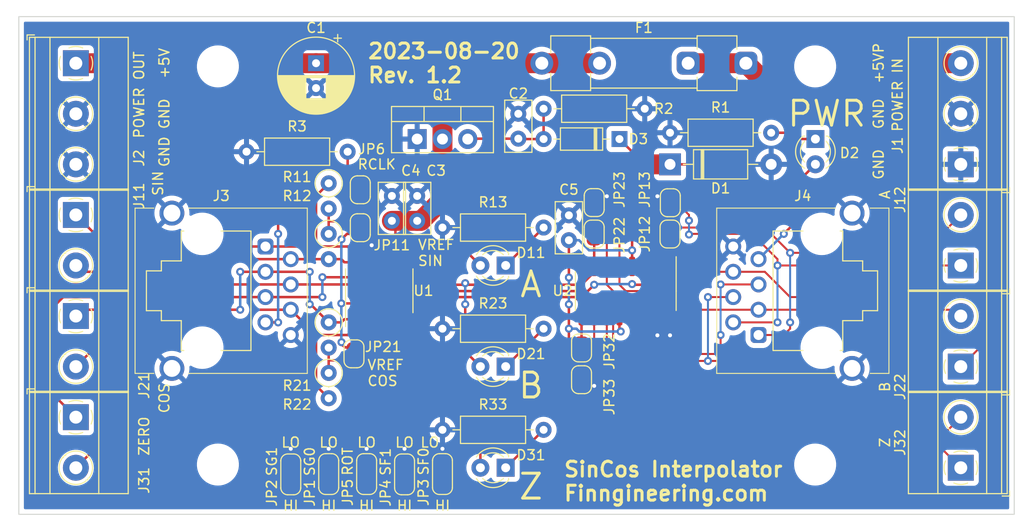
<source format=kicad_pcb>
(kicad_pcb (version 20211014) (generator pcbnew)
  (layers (0 "F.Cu" signal) (31 "B.Cu" signal) (34 "B.Paste" user) (35 "F.Paste" user) (36 "B.SilkS" user "B.Silkscreen") (37 "F.SilkS" user "F.Silkscreen") (38 "B.Mask" user) (39 "F.Mask" user) (44 "Edge.Cuts" user))
  (net 0 "")
  (net 1 "+5V")
  (net 2 "GND")
  (net 3 "/SG0")
  (net 4 "/VREF")
  (net 5 "/SG1")
  (net 6 "/SF0")
  (net 7 "/SF1")
  (net 8 "/ROT")
  (net 9 "/A+")
  (net 10 "/B+")
  (net 11 "/Z+")
  (net 12 "/A-")
  (net 13 "/B-")
  (net 14 "/Z-")
  (net 15 "Net-(D2-Pad1)")
  (net 16 "Net-(D11-Pad1)")
  (net 17 "Net-(D21-Pad1)")
  (net 20 "/A")
  (net 21 "/B")
  (net 22 "/Z")
  (net 23 "/PSIN")
  (net 24 "/NSIN")
  (net 25 "/PCOS")
  (net 26 "/NCOS")
  (net 27 "/PZERO")
  (net 28 "/NZERO")
  (net 29 "/RCLK")
  (net 30 "Net-(C2-Pad1)")
  (net 31 "Net-(D31-Pad1)")
  (net 32 "Net-(JP11-Pad2)")
  (net 33 "Net-(JP21-Pad2)")
  (net 34 "+5VP")
  (footprint "Jumper:SolderJumper-2_P1.3mm_Open_RoundedPad1.0x1.5mm" (layer "F.Cu") (at 176.53 135.285 -90)
    (fp_text reference "JP32")
    (fp_text value "Z SINGLE ENDED")
  )
  (footprint "MountingHole:MountingHole_3.2mm_M3_ISO14580" (layer "F.Cu") (at 140 147)
    (fp_text reference "H2")
    (fp_text value "MountingHole")
  )
  (footprint "Jumper:SolderJumper-3_P1.3mm_Open_RoundedPad1.0x1.5mm" (layer "F.Cu") (at 154.94 147.955 -90)
    (fp_text reference "JP5")
    (fp_text value "ROT")
  )
  (footprint "Package_TO_SOT_THT:TO-220-3_Vertical" (layer "F.Cu") (at 160.02 114.3)
    (fp_text reference "Q1")
    (fp_text value "TIC116")
  )
  (footprint "TerminalBlock_Phoenix:TerminalBlock_Phoenix_MKDS-1,5-2-5.08_1x02_P5.08mm_Horizontal" (layer "F.Cu") (at 125.73 121.92 -90)
    (fp_text reference "J11")
    (fp_text value "SIN")
  )
  (footprint "Capacitor_THT:C_Disc_D5.0mm_W2.5mm_P2.50mm" (layer "F.Cu") (at 170.18 114.26 90)
    (fp_text reference "C2")
    (fp_text value "10n")
  )
  (footprint "Jumper:SolderJumper-3_P1.3mm_Open_RoundedPad1.0x1.5mm" (layer "F.Cu") (at 151.13 147.955 -90)
    (fp_text reference "JP1")
    (fp_text value "SG0")
  )
  (footprint "LED_THT:LED_D3.0mm" (layer "F.Cu") (at 200.025 114.295 -90)
    (fp_text reference "D2")
    (fp_text value "LED")
  )
  (footprint "Resistor_THT:R_Axial_DIN0207_L6.3mm_D2.5mm_P10.16mm_Horizontal" (layer "F.Cu") (at 172.72 123.19 180)
    (fp_text reference "R13")
    (fp_text value "1k")
  )
  (footprint "LED_THT:LED_D3.0mm" (layer "F.Cu") (at 168.91 137.16 180)
    (fp_text reference "D21")
    (fp_text value "LED")
  )
  (footprint "TerminalBlock_Phoenix:TerminalBlock_Phoenix_MKDS-1,5-2-5.08_1x02_P5.08mm_Horizontal" (layer "F.Cu") (at 125.73 132.08 -90)
    (fp_text reference "J21")
    (fp_text value "COS")
  )
  (footprint "Capacitor_THT:C_Disc_D5.0mm_W2.5mm_P2.50mm" (layer "F.Cu") (at 175.26 124.46 90)
    (fp_text reference "C5")
    (fp_text value "100n")
  )
  (footprint "MountingHole:MountingHole_3.2mm_M3_ISO14580" (layer "F.Cu") (at 200 107)
    (fp_text reference "H3")
    (fp_text value "MountingHole")
  )
  (footprint "MountingHole:MountingHole_3.2mm_M3_ISO14580" (layer "F.Cu") (at 140 107)
    (fp_text reference "H1")
    (fp_text value "MountingHole")
  )
  (footprint "TerminalBlock_Phoenix:TerminalBlock_Phoenix_MKDS-1,5-2-5.08_1x02_P5.08mm_Horizontal" (layer "F.Cu") (at 214.63 127 90)
    (fp_text reference "J12")
    (fp_text value "A")
  )
  (footprint "Resistor_THT:R_Axial_DIN0207_L6.3mm_D2.5mm_P10.16mm_Horizontal" (layer "F.Cu") (at 195.58 113.665 180)
    (fp_text reference "R1")
    (fp_text value "1k")
  )
  (footprint "Jumper:SolderJumper-2_P1.3mm_Open_RoundedPad1.0x1.5mm" (layer "F.Cu") (at 177.8 120.68 90)
    (fp_text reference "JP23")
    (fp_text value "B- TO GND")
  )
  (footprint "TerminalBlock_Phoenix:TerminalBlock_Phoenix_MKDS-1,5-3-5.08_1x03_P5.08mm_Horizontal" (layer "F.Cu") (at 125.73 106.68 -90)
    (fp_text reference "J2")
    (fp_text value "POWER OUT")
  )
  (footprint "Jumper:SolderJumper-3_P1.3mm_Open_RoundedPad1.0x1.5mm" (layer "F.Cu") (at 158.75 147.985 -90)
    (fp_text reference "JP4")
    (fp_text value "SF1")
  )
  (footprint "Capacitor_THT:C_Disc_D5.0mm_W2.5mm_P2.50mm" (layer "F.Cu") (at 160.02 122.515 90)
    (fp_text reference "C3")
    (fp_text value "100n")
  )
  (footprint "Package_SO:TSSOP-20_4.4x6.5mm_P0.65mm" (layer "F.Cu") (at 156.21 129.54 90)
    (fp_text reference "U1")
    (fp_text value "iC-NV")
  )
  (footprint "TerminalBlock_Phoenix:TerminalBlock_Phoenix_MKDS-1,5-2-5.08_1x02_P5.08mm_Horizontal" (layer "F.Cu") (at 214.63 137.16 90)
    (fp_text reference "J22")
    (fp_text value "B")
  )
  (footprint "TerminalBlock_Phoenix:TerminalBlock_Phoenix_MKDS-1,5-2-5.08_1x02_P5.08mm_Horizontal" (layer "F.Cu") (at 125.73 142.24 -90)
    (fp_text reference "J31")
    (fp_text value "ZERO")
  )
  (footprint "Capacitor_THT:C_Disc_D5.0mm_W2.5mm_P2.50mm" (layer "F.Cu") (at 157.48 122.515 90)
    (fp_text reference "C4")
    (fp_text value "100n")
  )
  (footprint "Jumper:SolderJumper-2_P1.3mm_Open_RoundedPad1.0x1.5mm" (layer "F.Cu") (at 176.53 138.475 -90)
    (fp_text reference "JP33")
    (fp_text value "Z- TO GND")
  )
  (footprint "TerminalBlock_Phoenix:TerminalBlock_Phoenix_MKDS-1,5-3-5.08_1x03_P5.08mm_Horizontal" (layer "F.Cu") (at 214.63 116.84 90)
    (fp_text reference "J1")
    (fp_text value "POWER IN")
  )
  (footprint "Capacitor_THT:CP_Radial_D7.5mm_P2.50mm" (layer "F.Cu") (at 149.86 106.68 -90)
    (fp_text reference "C1")
    (fp_text value "10u")
  )
  (footprint "Jumper:SolderJumper-3_P1.3mm_Open_RoundedPad1.0x1.5mm" (layer "F.Cu") (at 147.32 147.985 -90)
    (fp_text reference "JP2")
    (fp_text value "SG1")
  )
  (footprint "Package_SO:SOIC-16_3.9x9.9mm_P1.27mm" (layer "F.Cu") (at 180.975 129.57 -90)
    (fp_text reference "U2")
    (fp_text value "MC3487DX")
  )
  (footprint "MountingHole:MountingHole_3.2mm_M3_ISO14580" (layer "F.Cu") (at 200 147)
    (fp_text reference "H4")
    (fp_text value "MountingHole")
  )
  (footprint "Resistor_THT:R_Axial_DIN0207_L6.3mm_D2.5mm_P2.54mm_Vertical" (layer "F.Cu") (at 151.13 137.795 -90)
    (fp_text reference "R22")
    (fp_text value "25k")
  )
  (footprint "Resistor_THT:R_Axial_DIN0207_L6.3mm_D2.5mm_P10.16mm_Horizontal" (layer "F.Cu") (at 153.035 115.57 180)
    (fp_text reference "R3")
    (fp_text value "R")
  )
  (footprint "SinCos Interpolator Footprints:RJ45_Molex_855085001" (layer "F.Cu") (at 147.32 129.54 180)
    (fp_text reference "J3")
    (fp_text value "RJ45_Shielded")
  )
  (footprint "Jumper:SolderJumper-2_P1.3mm_Open_RoundedPad1.0x1.5mm" (layer "F.Cu") (at 154.305 119.395 -90)
    (fp_text reference "JP6")
    (fp_text value "RCLK")
  )
  (footprint "Resistor_THT:R_Axial_DIN0207_L6.3mm_D2.5mm_P10.16mm_Horizontal" (layer "F.Cu") (at 172.72 111.252)
    (fp_text reference "R2")
    (fp_text value "1k")
  )
  (footprint "Resistor_THT:R_Axial_DIN0207_L6.3mm_D2.5mm_P2.54mm_Vertical" (layer "F.Cu") (at 151.13 118.745 -90)
    (fp_text reference "R11")
    (fp_text value "25k")
  )
  (footprint "SinCos Interpolator Footprints:RJ45_Molex_855085001" (layer "F.Cu") (at 191.77 129.54)
    (fp_text reference "J4")
    (fp_text value "RJ45_Shielded")
  )
  (footprint "Resistor_THT:R_Axial_DIN0207_L6.3mm_D2.5mm_P2.54mm_Vertical" (layer "F.Cu") (at 151.13 123.825 -90)
    (fp_text reference "R12")
    (fp_text value "25k")
  )
  (footprint "Jumper:SolderJumper-2_P1.3mm_Open_RoundedPad1.0x1.5mm" (layer "F.Cu") (at 153.67 135.875 -90)
    (fp_text reference "JP21")
    (fp_text value "COS VREF")
  )
  (footprint "LED_THT:LED_D3.0mm" (layer "F.Cu") (at 168.91 127 180)
    (fp_text reference "D11")
    (fp_text value "LED")
  )
  (footprint "LED_THT:LED_D3.0mm" (layer "F.Cu") (at 168.91 147.32 180)
    (fp_text reference "D31")
    (fp_text value "LED")
  )
  (footprint "Resistor_THT:R_Axial_DIN0207_L6.3mm_D2.5mm_P2.54mm_Vertical" (layer "F.Cu") (at 151.13 132.715 -90)
    (fp_text reference "R21")
    (fp_text value "25k")
  )
  (footprint "Jumper:SolderJumper-2_P1.3mm_Open_RoundedPad1.0x1.5mm" (layer "F.Cu") (at 177.8 123.84 90)
    (fp_text reference "JP22")
    (fp_text value "B SINGLE ENDED")
  )
  (footprint "TerminalBlock_Phoenix:TerminalBlock_Phoenix_MKDS-1,5-2-5.08_1x02_P5.08mm_Horizontal" (layer "F.Cu") (at 214.63 147.32 90)
    (fp_text reference "J32")
    (fp_text value "Z")
  )
  (footprint "Diode_THT:D_DO-41_SOD81_P10.16mm_Horizontal" (layer "F.Cu") (at 185.42 116.84)
    (fp_text reference "D1")
    (fp_text value "1N4004")
  )
  (footprint "Resistor_THT:R_Axial_DIN0207_L6.3mm_D2.5mm_P10.16mm_Horizontal" (layer "F.Cu") (at 172.72 133.35 180)
    (fp_text reference "R23")
    (fp_text value "1k")
  )
  (footprint "Resistor_THT:R_Axial_DIN0207_L6.3mm_D2.5mm_P10.16mm_Horizontal" (layer "F.Cu") (at 172.72 143.51 180)
    (fp_text reference "R33")
    (fp_text value "1k")
  )
  (footprint "Jumper:SolderJumper-2_P1.3mm_Open_RoundedPad1.0x1.5mm" (layer "F.Cu") (at 185.42 123.84 90)
    (fp_text reference "JP12")
    (fp_text value "A SINGLE ENDED")
  )
  (footprint "Jumper:SolderJumper-2_P1.3mm_Open_RoundedPad1.0x1.5mm" (layer "F.Cu") (at 154.305 123.205 90)
    (fp_text reference "JP11")
    (fp_text value "SIN VREF")
  )
  (footprint "Diode_THT:D_DO-35_SOD27_P7.62mm_Horizontal" (layer "F.Cu") (at 180.34 114.3 180)
    (fp_text reference "D3")
    (fp_text value "5V1")
  )
  (footprint "Jumper:SolderJumper-2_P1.3mm_Open_RoundedPad1.0x1.5mm" (layer "F.Cu") (at 185.45 120.695 90)
    (fp_text reference "JP13")
    (fp_text value "A- TO GND")
  )
  (footprint "Fuse:Fuseholder_Clip-5x20mm_Littelfuse_520_Inline_P20.50x5.80mm_D1.30mm_Horizontal" (layer "F.Cu") (at 193.04 106.68 180)
    (fp_text reference "F1")
    (fp_text value "500mA")
  )
  (footprint "Jumper:SolderJumper-3_P1.3mm_Open_RoundedPad1.0x1.5mm" (layer "F.Cu") (at 162.56 147.955 -90)
    (fp_text reference "JP3")
    (fp_text value "SF0")
  )
  (gr_rect (start 120 102) (end 220 152) (layer "Edge.Cuts") (width 0.1) (fill none))
  (gr_text "Z" (at 171.45 149.225) (layer "F.SilkS") (effects (font (size 2.5 2.5) (thickness 0.3))))
  (gr_text "SinCos Interpolator\nFinngineering.com" (at 174.625 148.69) (layer "F.SilkS") (effects (font (size 1.5 1.5) (thickness 0.3)) (justify left)))
  (gr_text "GND" (at 206.375 111.76 90) (layer "F.SilkS") (effects (font (size 1 1))))
  (gr_text "GND" (at 134.62 115.57 90) (layer "F.SilkS") (effects (font (size 1 1))))
  (gr_text "+5V" (at 134.62 106.680524 90) (layer "F.SilkS") (effects (font (size 1 1))))
  (gr_text "LO" (at 161.29 144.78) (layer "F.SilkS") (effects (font (size 1 1))))
  (gr_text "2023-08-20\nRev. 1.2" (at 154.94 106.68) (layer "F.SilkS") (effects (font (size 1.5 1.5) (thickness 0.3)) (justify left)))
  (gr_text "B" (at 171.45 139.065) (layer "F.SilkS") (effects (font (size 2.5 2.5) (thickness 0.3))))
  (gr_text "LO" (at 147.32 144.78) (layer "F.SilkS") (effects (font (size 1 1))))
  (gr_text "GND" (at 206.375 116.84 90) (layer "F.SilkS") (effects (font (size 1 1))))
  (gr_text "HI" (at 158.75 151.13) (layer "F.SilkS") (effects (font (size 1 1))))
  (gr_text "LO" (at 158.75 144.78) (layer "F.SilkS") (effects (font (size 1 1))))
  (gr_text "LO" (at 151.13 144.78) (layer "F.SilkS") (effects (font (size 1 1))))
  (gr_text "HI" (at 162.56 151.13) (layer "F.SilkS") (effects (font (size 1 1))))
  (gr_text "PWR" (at 201.168 111.76) (layer "F.SilkS") (effects (font (size 2.5 2.5) (thickness 0.3))))
  (gr_text "HI" (at 147.32 151.13) (layer "F.SilkS") (effects (font (size 1 1))))
  (gr_text "VREF\nCOS" (at 154.94 137.795) (layer "F.SilkS") (effects (font (size 1 1)) (justify left)))
  (gr_text "VREF\nSIN" (at 160.02 125.73) (layer "F.SilkS") (effects (font (size 1 1)) (justify left)))
  (gr_text "GND" (at 134.62 111.76 90) (layer "F.SilkS") (effects (font (size 1 1))))
  (gr_text "+5VP" (at 206.375 106.68 90) (layer "F.SilkS") (effects (font (size 1 1))))
  (gr_text "HI" (at 151.13 151.13) (layer "F.SilkS") (effects (font (size 1 1))))
  (gr_text "HI" (at 154.94 151.13) (layer "F.SilkS") (effects (font (size 1 1))))
  (gr_text "A" (at 171.45 128.905) (layer "F.SilkS") (effects (font (size 2.5 2.5) (thickness 0.3))))
  (gr_text "LO" (at 154.94 144.78) (layer "F.SilkS") (effects (font (size 1 1))))
  (segment (start 129.54 106.68) (end 125.73 106.68) (width 2) (layer "F.Cu") (net 1))
  (segment (start 175.26 124.46) (end 175.26 127) (width 0.25) (layer "F.Cu") (net 1))
  (segment (start 180.34 133.507) (end 180.467 133.634) (width 0.25) (layer "F.Cu") (net 1))
  (segment (start 143.38 110.36) (end 147.06 106.68) (width 2) (layer "F.Cu") (net 1))
  (segment (start 157.835 126.6775) (end 157.835 122.87) (width 0.25) (layer "F.Cu") (net 1))
  (segment (start 157.835 122.87) (end 157.48 122.515) (width 0.25) (layer "F.Cu") (net 1))
  (segment (start 181.61 116.84) (end 185.42 116.84) (width 2) (layer "F.Cu") (net 1))
  (segment (start 175.26 127) (end 175.26 128.211) (width 0.25) (layer "F.Cu") (net 1))
  (segment (start 200.025 116.835) (end 198.115 118.745) (width 0.25) (layer "F.Cu") (net 1))
  (segment (start 181.61 116.84) (end 162.56 116.84) (width 2) (layer "F.Cu") (net 1))
  (segment (start 162.56 114.3) (end 162.56 116.84) (width 2) (layer "F.Cu") (net 1))
  (segment (start 160.02 122.515) (end 157.48 122.515) (width 2) (layer "F.Cu") (net 1))
  (segment (start 146.05 123.825) (end 146.05 113.03) (width 0.25) (layer "F.Cu") (net 1))
  (segment (start 162.56 106.68) (end 172.54 106.68) (width 2) (layer "F.Cu") (net 1))
  (segment (start 175.26 133.35) (end 175.26 144.78) (width 0.25) (layer "F.Cu") (net 1))
  (segment (start 134.62 111.76) (end 129.54 106.68) (width 2) (layer "F.Cu") (net 1))
  (segment (start 156.908959 127.74) (end 156.535 127.366041) (width 0.25) (layer "F.Cu") (net 1))
  (segment (start 176.53 127.095) (end 175.355 127.095) (width 0.25) (layer "F.Cu") (net 1))
  (segment (start 154.305 118.745) (end 154.305 118.11) (width 0.25) (layer "F.Cu") (net 1))
  (segment (start 175.26 144.78) (end 170.785 149.255) (width 0.25) (layer "F.Cu") (net 1))
  (segment (start 155.575 116.84) (end 162.56 116.84) (width 0.25) (layer "F.Cu") (net 1))
  (segment (start 154.91 149.285) (end 154.94 149.255) (width 0.25) (layer "F.Cu") (net 1))
  (segment (start 181.61 127.095) (end 181.61 117.759) (width 0.25) (layer "F.Cu") (net 1))
  (segment (start 162.56 120.361572) (end 160.406572 122.515) (width 2) (layer "F.Cu") (net 1))
  (segment (start 175.355 127.095) (end 175.26 127) (width 0.25) (layer "F.Cu") (net 1))
  (segment (start 146.05 113.03) (end 143.38 110.36) (width 0.25) (layer "F.Cu") (net 1))
  (segment (start 134.62 111.76) (end 141.98 111.76) (width 2) (layer "F.Cu") (net 1))
  (segment (start 175.26 130.8995) (end 175.26 133.35) (width 0.25) (layer "F.Cu") (net 1))
  (segment (start 191.77 116.84) (end 185.42 116.84) (width 0.25) (layer "F.Cu") (net 1))
  (segment (start 147.32 149.285) (end 151.13 149.285) (width 0.25) (layer "F.Cu") (net 1))
  (segment (start 180.34 114.3) (end 181.61 115.57) (width 0.25) (layer "F.Cu") (net 1))
  (segment (start 162.56 116.84) (end 162.56 120.361572) (width 2) (layer "F.Cu") (net 1))
  (segment (start 141.98 111.76) (end 143.38 110.36) (width 2) (layer "F.Cu") (net 1))
  (segment (start 154.305 118.11) (end 155.575 116.84) (width 0.25) (layer "F.Cu") (net 1))
  (segment (start 170.785 149.255) (end 162.56 149.255) (width 0.25) (layer "F.Cu") (net 1))
  (segment (start 180.34 132.045) (end 180.34 133.507) (width 0.25) (layer "F.Cu") (net 1))
  (segment (start 157.835 126.6775) (end 157.835 127.366041) (width 0.25) (layer "F.Cu") (net 1))
  (segment (start 178.34 106.68) (end 172.54 106.68) (width 2) (layer "F.Cu") (net 1))
  (segment (start 157.461041 127.74) (end 156.908959 127.74) (width 0.25) (layer "F.Cu") (net 1))
  (segment (start 158.72 149.255) (end 158.75 149.285) (width 0.25) (layer "F.Cu") (net 1))
  (segment (start 160.406572 122.515) (end 160.02 122.515) (width 2) (layer "F.Cu") (net 1))
  (segment (start 151.13 149.285) (end 154.91 149.285) (width 0.25) (layer "F.Cu") (net 1))
  (segment (start 158.75 149.285) (end 162.56 149.285) (width 0.25) (layer "F.Cu") (net 1))
  (segment (start 157.835 127.366041) (end 157.461041 127.74) (width 0.25) (layer "F.Cu") (net 1))
  (segment (start 156.535 127.366041) (end 156.535 126.6775) (width 0.25) (layer "F.Cu") (net 1))
  (segment (start 181.61 115.57) (end 181.61 116.84) (width 0.25) (layer "F.Cu") (net 1))
  (segment (start 149.86 106.68) (end 162.56 106.68) (width 2) (layer "F.Cu") (net 1))
  (segment (start 162.56 114.3) (end 162.56 106.68) (width 2) (layer "F.Cu") (net 1))
  (segment (start 193.675 118.745) (end 191.77 116.84) (width 0.25) (layer "F.Cu") (net 1))
  (segment (start 198.115 118.745) (end 193.675 118.745) (width 0.25) (layer "F.Cu") (net 1))
  (segment (start 154.94 149.255) (end 158.72 149.255) (width 0.25) (layer "F.Cu") (net 1))
  (segment (start 147.06 106.68) (end 149.86 106.68) (width 2) (layer "F.Cu") (net 1))
  (segment (start 144.78 132.715) (end 146.05 132.715) (width 0.25) (layer "F.Cu") (net 1))
  (via (at 181.61 125.476) (size 0.8) (drill 0.4) (layers "F.Cu" "B.Cu") (net 1))
  (via (at 175.26 130.8995) (size 0.8) (drill 0.4) (layers "F.Cu" "B.Cu") (net 1))
  (via (at 146.05 132.715) (size 0.8) (drill 0.4) (layers "F.Cu" "B.Cu") (net 1))
  (via (at 175.26 133.35) (size 0.8) (drill 0.4) (layers "F.Cu" "B.Cu") (net 1))
  (via (at 146.05 123.825) (size 0.8) (drill 0.4) (layers "F.Cu" "B.Cu") (net 1))
  (via (at 180.467 133.634) (size 0.8) (drill 0.4) (layers "F.Cu" "B.Cu") (net 1))
  (via (at 175.26 128.211) (size 0.8) (drill 0.4) (layers "F.Cu" "B.Cu") (net 1))
  (segment (start 180.467 133.634) (end 176.306 133.634) (width 0.25) (layer "B.Cu") (net 1))
  (segment (start 176.306 133.634) (end 176.022 133.35) (width 0.25) (layer "B.Cu") (net 1))
  (segment (start 176.022 133.35) (end 175.26 133.35) (width 0.25) (layer "B.Cu") (net 1))
  (segment (start 175.26 128.211) (end 175.26 130.8995) (width 0.25) (layer "B.Cu") (net 1))
  (segment (start 177.292 125.476) (end 176.276 124.46) (width 0.25) (layer "B.Cu") (net 1))
  (segment (start 176.276 124.46) (end 175.26 124.46) (width 0.25) (layer "B.Cu") (net 1))
  (segment (start 146.05 132.715) (end 146.05 123.825) (width 0.25) (layer "B.Cu") (net 1))
  (segment (start 181.61 125.476) (end 177.292 125.476) (width 0.25) (layer "B.Cu") (net 1))
  (segment (start 155.885 126.6775) (end 155.885 125.405) (width 0.25) (layer "F.Cu") (net 2))
  (segment (start 155.885 128.199) (end 158.496 130.81) (width 0.25) (layer "F.Cu") (net 2))
  (segment (start 185.45 120.045) (end 184.15 120.045) (width 0.25) (layer "F.Cu") (net 2))
  (segment (start 177.77 139.125) (end 177.8 139.095) (width 0.25) (layer "F.Cu") (net 2))
  (segment (start 154.94 146.655) (end 154.94 145.415) (width 0.25) (layer "F.Cu") (net 2))
  (segment (start 158.75 146.685) (end 158.75 145.415) (width 0.25) (layer "F.Cu") (net 2))
  (segment (start 155.885 126.6775) (end 155.885 128.199) (width 0.25) (layer "F.Cu") (net 2))
  (segment (start 185.42 132.045) (end 185.42 134.015) (width 0.25) (layer "F.Cu") (net 2))
  (segment (start 179.055 120.03) (end 179.07 120.045) (width 0.25) (layer "F.Cu") (net 2))
  (segment (start 176.53 139.125) (end 177.77 139.125) (width 0.25) (layer "F.Cu") (net 2))
  (segment (start 177.8 120.03) (end 179.055 120.03) (width 0.25) (layer "F.Cu") (net 2))
  (segment (start 158.496 130.81) (end 158.496 132.3915) (width 0.25) (layer "F.Cu") (net 2))
  (segment (start 151.13 146.685) (end 151.13 145.415) (width 0.25) (layer "F.Cu") (net 2))
  (segment (start 155.885 125.405) (end 155.448 124.968) (width 0.25) (layer "F.Cu") (net 2))
  (segment (start 184.15 132.045) (end 184.15 134.015) (width 0.25) (layer "F.Cu") (net 2))
  (segment (start 162.56 146.655) (end 162.56 145.415) (width 0.25) (layer "F.Cu") (net 2))
  (segment (start 147.32 146.685) (end 147.32 145.415) (width 0.25) (layer "F.Cu") (net 2))
  (segment (start 158.496 132.3915) (end 158.485 132.4025) (width 0.25) (layer "F.Cu") (net 2))
  (via (at 184.15 134.015) (size 0.8) (drill 0.4) (layers "F.Cu" "B.Cu") (net 2))
  (via (at 162.56 145.415) (size 0.8) (drill 0.4) (layers "F.Cu" "B.Cu") (net 2))
  (via (at 151.13 145.415) (size 0.8) (drill 0.4) (layers "F.Cu" "B.Cu") (net 2))
  (via (at 179.07 120.045) (size 0.8) (drill 0.4) (layers "F.Cu" "B.Cu") (net 2))
  (via (at 155.448 124.968) (size 0.8) (drill 0.4) (layers "F.Cu" "B.Cu") (net 2))
  (via (at 147.32 145.415) (size 0.8) (drill 0.4) (layers "F.Cu" "B.Cu") (net 2))
  (via (at 158.75 145.415) (size 0.8) (drill 0.4) (layers "F.Cu" "B.Cu") (net 2))
  (via (at 177.8 139.095) (size 0.8) (drill 0.4) (layers "F.Cu" "B.Cu") (net 2))
  (via (at 154.94 145.415) (size 0.8) (drill 0.4) (layers "F.Cu" "B.Cu") (net 2))
  (via (at 185.42 134.015) (size 0.8) (drill 0.4) (layers "F.Cu" "B.Cu") (net 2))
  (via (at 184.15 120.045) (size 0.8) (drill 0.4) (layers "F.Cu" "B.Cu") (net 2))
  (segment (start 155.235 132.4025) (end 155.235 133.391) (width 0.25) (layer "F.Cu") (net 3))
  (segment (start 155.235 133.391) (end 156.21 134.366) (width 0.25) (layer "F.Cu") (net 3))
  (segment (start 152.4 147.955) (end 151.13 147.955) (width 0.25) (layer "F.Cu") (net 3))
  (segment (start 156.21 134.366) (end 156.21 142.875) (width 0.25) (layer "F.Cu") (net 3))
  (segment (start 153.035 146.05) (end 153.035 147.32) (width 0.25) (layer "F.Cu") (net 3))
  (segment (start 156.21 142.875) (end 153.035 146.05) (width 0.25) (layer "F.Cu") (net 3))
  (segment (start 153.035 147.32) (end 152.4 147.955) (width 0.25) (layer "F.Cu") (net 3))
  (segment (start 154.981041 130.81) (end 152.4 130.81) (width 0.25) (layer "F.Cu") (net 4))
  (segment (start 154.275 123.825) (end 154.305 123.855) (width 0.25) (layer "F.Cu") (net 4))
  (segment (start 155.885 131.713959) (end 154.981041 130.81) (width 0.25) (layer "F.Cu") (net 4))
  (segment (start 152.41881 124.3705) (end 152.96431 123.825) (width 0.25) (layer "F.Cu") (net 4))
  (segment (start 153.67 135.225) (end 152.751 135.225) (width 0.25) (layer "F.Cu") (net 4))
  (segment (start 152.41881 134.89281) (end 152.41881 134.7095) (width 0.25) (layer "F.Cu") (net 4))
  (segment (start 152.96431 123.825) (end 154.275 123.825) (width 0.25) (layer "F.Cu") (net 4))
  (segment (start 152.751 135.225) (end 152.41881 134.89281) (width 0.25) (layer "F.Cu") (net 4))
  (segment (start 155.885 132.4025) (end 155.885 131.713959) (width 0.25) (layer "F.Cu") (net 4))
  (via (at 152.41881 124.3705) (size 0.8) (drill 0.4) (layers "F.Cu" "B.Cu") (net 4))
  (via (at 152.41881 134.7095) (size 0.8) (drill 0.4) (layers "F.Cu" "B.Cu") (net 4))
  (via (at 152.4 130.81) (size 0.8) (drill 0.4) (layers "F.Cu" "B.Cu") (net 4))
  (segment (start 152.4 130.81) (end 152.4 124.38931) (width 0.25) (layer "B.Cu") (net 4))
  (segment (start 152.4 124.38931) (end 152.41881 124.3705) (width 0.25) (layer "B.Cu") (net 4))
  (segment (start 152.4 134.69069) (end 152.4 130.81) (width 0.25) (layer "B.Cu") (net 4))
  (segment (start 155.575 134.62) (end 155.575 141.605) (width 0.25) (layer "F.Cu") (net 5))
  (segment (start 154.585 133.63) (end 155.575 134.62) (width 0.25) (layer "F.Cu") (net 5))
  (segment (start 154.585 132.4025) (end 154.585 133.63) (width 0.25) (layer "F.Cu") (net 5))
  (segment (start 155.575 141.605) (end 153.035 144.145) (width 0.25) (layer "F.Cu") (net 5))
  (segment (start 153.035 144.145) (end 150.495 144.145) (width 0.25) (layer "F.Cu") (net 5))
  (segment (start 149.225 147.32) (end 148.56 147.985) (width 0.25) (layer "F.Cu") (net 5))
  (segment (start 148.56 147.985) (end 147.32 147.985) (width 0.25) (layer "F.Cu") (net 5))
  (segment (start 149.225 145.415) (end 149.225 147.32) (width 0.25) (layer "F.Cu") (net 5))
  (segment (start 150.495 144.145) (end 149.225 145.415) (width 0.25) (layer "F.Cu") (net 5))
  (segment (start 164.465 147.05) (end 163.56 147.955) (width 0.25) (layer "F.Cu") (net 6))
  (segment (start 163.56 147.955) (end 162.56 147.955) (width 0.25) (layer "F.Cu") (net 6))
  (segment (start 158.496 136.906) (end 164.465 142.875) (width 0.25) (layer "F.Cu") (net 6))
  (segment (start 157.835 133.451) (end 158.496 134.112) (width 0.25) (layer "F.Cu") (net 6))
  (segment (start 158.496 134.112) (end 158.496 136.906) (width 0.25) (layer "F.Cu") (net 6))
  (segment (start 164.465 142.875) (end 164.465 147.05) (width 0.25) (layer "F.Cu") (net 6))
  (segment (start 157.835 132.4025) (end 157.835 133.451) (width 0.25) (layer "F.Cu") (net 6))
  (segment (start 157.185 132.4025) (end 157.185 133.563) (width 0.25) (layer "F.Cu") (net 7))
  (segment (start 157.185 133.563) (end 157.734 134.112) (width 0.25) (layer "F.Cu") (net 7))
  (segment (start 157.734 134.112) (end 157.734 137.16) (width 0.25) (layer "F.Cu") (net 7))
  (segment (start 160.655 147.08) (end 159.75 147.985) (width 0.25) (layer "F.Cu") (net 7))
  (segment (start 160.655 140.081) (end 160.655 147.08) (width 0.25) (layer "F.Cu") (net 7))
  (segment (start 159.75 147.985) (end 158.75 147.985) (width 0.25) (layer "F.Cu") (net 7))
  (segment (start 157.734 137.16) (end 160.655 140.081) (width 0.25) (layer "F.Cu") (net 7))
  (segment (start 156.535 133.929) (end 156.972 134.366) (width 0.25) (layer "F.Cu") (net 8))
  (segment (start 156.972 146.923) (end 155.94 147.955) (width 0.25) (layer "F.Cu") (net 8))
  (segment (start 156.535 132.4025) (end 156.535 133.929) (width 0.25) (layer "F.Cu") (net 8))
  (segment (start 155.94 147.955) (end 154.94 147.955) (width 0.25) (layer "F.Cu") (net 8))
  (segment (start 156.972 134.366) (end 156.972 146.923) (width 0.25) (layer "F.Cu") (net 8))
  (segment (start 194.945 123.19) (end 185.42 123.19) (width 0.2) (layer "F.Cu") (net 9))
  (segment (start 210.185 126.365) (end 214.63 121.92) (width 0.2) (layer "F.Cu") (net 9))
  (segment (start 184.15 127.095) (end 184.15 123.855) (width 0.2) (layer "F.Cu") (net 9))
  (segment (start 184.815 123.19) (end 185.42 123.19) (width 0.2) (layer "F.Cu") (net 9))
  (segment (start 198.755 125.73) (end 199.39 126.365) (width 0.2) (layer "F.Cu") (net 9))
  (segment (start 196.85 133.985) (end 197.485 133.35) (width 0.2) (layer "F.Cu") (net 9))
  (segment (start 194.31 133.985) (end 196.85 133.985) (width 0.2) (layer "F.Cu") (net 9))
  (segment (start 197.485 125.73) (end 198.755 125.73) (width 0.2) (layer "F.Cu") (net 9))
  (segment (start 197.485 125.73) (end 194.945 123.19) (width 0.2) (layer "F.Cu") (net 9))
  (segment (start 184.15 123.855) (end 184.815 123.19) (width 0.2) (layer "F.Cu") (net 9))
  (segment (start 199.39 126.365) (end 210.185 126.365) (width 0.2) (layer "F.Cu") (net 9))
  (segment (start 197.485 133.35) (end 197.485 132.715) (width 0.2) (layer "F.Cu") (net 9))
  (via (at 197.485 125.73) (size 0.8) (drill 0.4) (layers "F.Cu" "B.Cu") (net 9))
  (via (at 197.485 132.715) (size 0.8) (drill 0.4) (layers "F.Cu" "B.Cu") (net 9))
  (segment (start 197.485 132.715) (end 197.485 125.73) (width 0.2) (layer "B.Cu") (net 9))
  (segment (start 179.07 123.855) (end 179.07 127.095) (width 0.2) (layer "F.Cu") (net 10))
  (segment (start 194.31 131.445) (end 213.995 131.445) (width 0.2) (layer "F.Cu") (net 10))
  (segment (start 177.8 123.19) (end 178.405 123.19) (width 0.2) (layer "F.Cu") (net 10))
  (segment (start 179.07 127.095) (end 179.07 128.935) (width 0.2) (layer "F.Cu") (net 10))
  (segment (start 213.995 131.445) (end 214.63 132.08) (width 0.2) (layer "F.Cu") (net 10))
  (segment (start 179.07 128.935) (end 180.31 130.175) (width 0.2) (layer "F.Cu") (net 10))
  (segment (start 180.31 130.175) (end 187.325 130.175) (width 0.2) (layer "F.Cu") (net 10))
  (segment (start 187.325 130.175) (end 188.595 131.445) (width 0.2) (layer "F.Cu") (net 10))
  (segment (start 194.31 131.445) (end 188.595 131.445) (width 0.2) (layer "F.Cu") (net 10))
  (segment (start 178.405 123.19) (end 179.07 123.855) (width 0.2) (layer "F.Cu") (net 10))
  (segment (start 180.975 135.89) (end 179.705 134.62) (width 0.2) (layer "F.Cu") (net 11))
  (segment (start 196.215 135.89) (end 204.47 144.145) (width 0.2) (layer "F.Cu") (net 11))
  (segment (start 178.435 130.175) (end 177.8 130.81) (width 0.2) (layer "F.Cu") (net 11))
  (segment (start 179.07 130.175) (end 178.435 130.175) (width 0.2) (layer "F.Cu") (net 11))
  (segment (start 177.8 135.285) (end 177.8 132.045) (width 0.2) (layer "F.Cu") (net 11))
  (segment (start 212.725 144.145) (end 214.63 142.24) (width 0.2) (layer "F.Cu") (net 11))
  (segment (start 190.5 135.89) (end 180.975 135.89) (width 0.2) (layer "F.Cu") (net 11))
  (segment (start 194.31 128.905) (end 190.5 128.905) (width 0.2) (layer "F.Cu") (net 11))
  (segment (start 179.705 130.81) (end 179.07 130.175) (width 0.2) (layer "F.Cu") (net 11))
  (segment (start 179.705 134.62) (end 179.705 130.81) (width 0.2) (layer "F.Cu") (net 11))
  (segment (start 177.8 130.81) (end 177.8 132.045) (width 0.2) (layer "F.Cu") (net 11))
  (segment (start 176.53 135.935) (end 177.15 135.935) (width 0.2) (layer "F.Cu") (net 11))
  (segment (start 177.15 135.935) (end 177.8 135.285) (width 0.2) (layer "F.Cu") (net 11))
  (segment (start 190.5 135.89) (end 196.215 135.89) (width 0.2) (layer "F.Cu") (net 11))
  (segment (start 204.47 144.145) (end 212.725 144.145) (width 0.2) (layer "F.Cu") (net 11))
  (segment (start 190.5 133.985) (end 190.5 135.89) (width 0.2) (layer "F.Cu") (net 11))
  (via (at 190.5 128.905) (size 0.8) (drill 0.4) (layers "F.Cu" "B.Cu") (net 11))
  (via (at 190.5 133.985) (size 0.8) (drill 0.4) (layers "F.Cu" "B.Cu") (net 11))
  (segment (start 190.5 128.905) (end 190.5 133.985) (width 0.2) (layer "B.Cu") (net 11))
  (segment (start 196.215 126.365) (end 193.675 123.825) (width 0.2) (layer "F.Cu") (net 12))
  (segment (start 191.77 132.715) (end 196.215 132.715) (width 0.2) (layer "F.Cu") (net 12))
  (segment (start 187.3895 123.825) (end 187.325 123.8895) (width 0.2) (layer "F.Cu") (net 12))
  (segment (start 196.215 127) (end 214.63 127) (width 0.2) (layer "F.Cu") (net 12))
  (segment (start 182.88 121.95) (end 183.485 121.345) (width 0.2) (layer "F.Cu") (net 12))
  (segment (start 187.325 121.92) (end 186.69 121.285) (width 0.2) (layer "F.Cu") (net 12))
  (segment (start 182.88 127.095) (end 182.88 121.95) (width 0.2) (layer "F.Cu") (net 12))
  (segment (start 183.485 121.345) (end 185.45 121.345) (width 0.2) (layer "F.Cu") (net 12))
  (segment (start 186.69 121.285) (end 185.51 121.285) (width 0.2) (layer "F.Cu") (net 12))
  (segment (start 193.675 123.825) (end 187.3895 123.825) (width 0.2) (layer "F.Cu") (net 12))
  (segment (start 187.325 122.4905) (end 187.325 121.92) (width 0.2) (layer "F.Cu") (net 12))
  (segment (start 185.51 121.285) (end 185.45 121.345) (width 0.2) (layer "F.Cu") (net 12))
  (segment (start 196.215 127) (end 196.215 126.365) (width 0.2) (layer "F.Cu") (net 12))
  (via (at 187.325 123.8895) (size 0.8) (drill 0.4) (layers "F.Cu" "B.Cu") (net 12))
  (via (at 187.325 122.4905) (size 0.8) (drill 0.4) (layers "F.Cu" "B.Cu") (net 12))
  (via (at 196.215 132.715) (size 0.8) (drill 0.4) (layers "F.Cu" "B.Cu") (net 12))
  (via (at 196.215 127) (size 0.8) (drill 0.4) (layers "F.Cu" "B.Cu") (net 12))
  (segment (start 196.215 132.715) (end 196.215 127) (width 0.2) (layer "B.Cu") (net 12))
  (segment (start 187.325 123.8895) (end 187.325 122.4905) (width 0.2) (layer "B.Cu") (net 12))
  (segment (start 215.9 130.175) (end 217.17 131.445) (width 0.2) (layer "F.Cu") (net 13))
  (segment (start 187.295 129.57) (end 189.23 127.635) (width 0.2) (layer "F.Cu") (net 13))
  (segment (start 197.485 130.175) (end 215.9 130.175) (width 0.2) (layer "F.Cu") (net 13))
  (segment (start 180.975 129.57) (end 187.295 129.57) (width 0.2) (layer "F.Cu") (net 13))
  (segment (start 180.34 127.095) (end 180.34 121.95) (width 0.2) (layer "F.Cu") (net 13))
  (segment (start 179.705 121.315) (end 177.815 121.315) (width 0.2) (layer "F.Cu") (net 13))
  (segment (start 194.945 127.635) (end 197.485 130.175) (width 0.2) (layer "F.Cu") (net 13))
  (segment (start 180.34 127.095) (end 180.34 128.935) (width 0.2) (layer "F.Cu") (net 13))
  (segment (start 180.34 128.935) (end 180.975 129.57) (width 0.2) (layer "F.Cu") (net 13))
  (segment (start 217.17 131.445) (end 217.17 134.62) (width 0.2) (layer "F.Cu") (net 13))
  (segment (start 177.815 121.315) (end 177.8 121.33) (width 0.2) (layer "F.Cu") (net 13))
  (segment (start 189.23 127.635) (end 191.77 127.635) (width 0.2) (layer "F.Cu") (net 13))
  (segment (start 191.77 127.635) (end 194.945 127.635) (width 0.2) (layer "F.Cu") (net 13))
  (segment (start 180.34 121.95) (end 179.705 121.315) (width 0.2) (layer "F.Cu") (net 13))
  (segment (start 217.17 134.62) (end 214.63 137.16) (width 0.2) (layer "F.Cu") (net 13))
  (segment (start 176.53 137.825) (end 177.77 137.825) (width 0.2) (layer "F.Cu") (net 14))
  (segment (start 195.6445 136.5895) (end 204.47 145.415) (width 0.2) (layer "F.Cu") (net 14))
  (segment (start 189.23 136.5895) (end 195.6445 136.5895) (width 0.2) (layer "F.Cu") (net 14))
  (segment (start 177.77 137.825) (end 179.07 136.525) (width 0.2) (layer "F.Cu") (net 14))
  (segment (start 179.07 136.525) (end 179.1345 136.5895) (width 0.2) (layer "F.Cu") (net 14))
  (segment (start 179.07 132.045) (end 179.07 136.525) (width 0.2) (layer "F.Cu") (net 14))
  (segment (start 191.77 130.175) (end 189.23 130.175) (width 0.2) (layer "F.Cu") (net 14))
  (segment (start 212.725 145.415) (end 214.63 147.32) (width 0.2) (layer "F.Cu") (net 14))
  (segment (start 179.1345 136.5895) (end 189.23 136.5895) (width 0.2) (layer "F.Cu") (net 14))
  (segment (start 204.47 145.415) (end 212.725 145.415) (width 0.2) (layer "F.Cu") (net 14))
  (via (at 189.23 136.5895) (size 0.8) (drill 0.4) (layers "F.Cu" "B.Cu") (net 14))
  (via (at 189.23 130.175) (size 0.8) (drill 0.4) (layers "F.Cu" "B.Cu") (net 14))
  (segment (start 189.23 130.175) (end 189.23 136.5895) (width 0.2) (layer "B.Cu") (net 14))
  (segment (start 195.58 113.665) (end 197.485 113.665) (width 0.25) (layer "F.Cu") (net 15))
  (segment (start 197.485 113.665) (end 198.12 114.3) (width 0.25) (layer "F.Cu") (net 15))
  (segment (start 198.12 114.3) (end 198.125 114.295) (width 0.25) (layer "F.Cu") (net 15))
  (segment (start 198.125 114.295) (end 200.025 114.295) (width 0.25) (layer "F.Cu") (net 15))
  (segment (start 168.91 127) (end 172.72 123.19) (width 0.25) (layer "F.Cu") (net 16))
  (segment (start 168.91 137.16) (end 172.72 133.35) (width 0.25) (layer "F.Cu") (net 17))
  (segment (start 184.785 128.935) (end 181.61 128.935) (width 0.25) (layer "F.Cu") (net 20))
  (segment (start 177.8 128.935) (end 177.165 129.57) (width 0.25) (layer "F.Cu") (net 20))
  (segment (start 158.485 126.6775) (end 158.485 125.36) (width 0.25) (layer "F.Cu") (net 20))
  (segment (start 160.05 129.57) (end 158.485 128.005) (width 0.25) (layer "F.Cu") (net 20))
  (segment (start 164.465 125.095) (end 166.37 127) (width 0.25) (layer "F.Cu") (net 20))
  (segment (start 158.485 125.36) (end 158.75 125.095) (width 0.25) (layer "F.Cu") (net 20))
  (segment (start 181.61 128.935) (end 181.61 128.8705) (width 0.25) (layer "F.Cu") (net 20))
  (segment (start 185.42 127.095) (end 185.42 124.49) (width 0.25) (layer "F.Cu") (net 20))
  (segment (start 185.42 128.3) (end 184.785 128.935) (width 0.25) (layer "F.Cu") (net 20))
  (segment (start 177.165 129.57) (end 160.05 129.57) (width 0.25) (layer "F.Cu") (net 20))
  (segment (start 185.42 127.095) (end 185.42 128.3) (width 0.25) (layer "F.Cu") (net 20))
  (segment (start 158.75 125.095) (end 164.465 125.095) (width 0.25) (layer "F.Cu") (net 20))
  (segment (start 158.485 128.005) (end 158.485 126.6775) (width 0.25) (layer "F.Cu") (net 20))
  (via (at 181.61 128.8705) (size 0.8) (drill 0.4) (layers "F.Cu" "B.Cu") (net 20))
  (via (at 177.8 128.935) (size 0.8) (drill 0.4) (layers "F.Cu" "B.Cu") (net 20))
  (segment (start 181.61 128.8705) (end 177.8645 128.8705) (width 0.25) (layer "B.Cu") (net 20))
  (segment (start 177.8645 128.8705) (end 177.8 128.935) (width 0.25) (layer "B.Cu") (net 20))
  (segment (start 177.8 127.095) (end 177.8 124.49) (width 0.25) (layer "F.Cu") (net 21))
  (segment (start 176.53 128.935) (end 177.8 127.665) (width 0.25) (layer "F.Cu") (net 21))
  (segment (start 176.4995 128.9355) (end 160.6855 128.9355) (width 0.25) (layer "F.Cu") (net 21))
  (segment (start 160.6855 128.9355) (end 159.135 127.385) (width 0.25) (layer "F.Cu") (net 21))
  (segment (start 176.53 128.905) (end 176.4995 128.9355) (width 0.25) (layer "F.Cu") (net 21))
  (segment (start 164.846 130.8995) (end 164.846 135.636) (width 0.25) (layer "F.Cu") (net 21))
  (segment (start 159.135 127.385) (end 159.135 126.6775) (width 0.25) (layer "F.Cu") (net 21))
  (segment (start 177.8 127.665) (end 177.8 127.095) (width 0.25) (layer "F.Cu") (net 21))
  (segment (start 164.846 135.636) (end 166.37 137.16) (width 0.25) (layer "F.Cu") (net 21))
  (via (at 164.846 130.8995) (size 0.8) (drill 0.4) (layers "F.Cu" "B.Cu") (net 21))
  (via (at 164.846 128.778) (size 0.8) (drill 0.4) (layers "F.Cu" "B.Cu") (net 21))
  (segment (start 164.846 130.8995) (end 164.846 128.778) (width 0.25) (layer "B.Cu") (net 21))
  (segment (start 159.135 132.4025) (end 159.135 131.06) (width 0.25) (layer "F.Cu") (net 22))
  (segment (start 159.135 135.64) (end 166.37 142.875) (width 0.25) (layer "F.Cu") (net 22))
  (segment (start 159.135 132.4025) (end 159.135 135.64) (width 0.25) (layer "F.Cu") (net 22))
  (segment (start 175.895 130.175) (end 176.53 130.81) (width 0.25) (layer "F.Cu") (net 22))
  (segment (start 166.37 142.875) (end 166.37 147.32) (width 0.25) (layer "F.Cu") (net 22))
  (segment (start 176.53 130.81) (end 176.53 132.045) (width 0.25) (layer "F.Cu") (net 22))
  (segment (start 160.02 130.175) (end 175.895 130.175) (width 0.25) (layer "F.Cu") (net 22))
  (segment (start 176.53 132.045) (end 176.53 134.635) (width 0.25) (layer "F.Cu") (net 22))
  (segment (start 159.135 131.06) (end 160.02 130.175) (width 0.25) (layer "F.Cu") (net 22))
  (segment (start 153.935 126.6775) (end 153.935 125.988959) (width 0.25) (layer "F.Cu") (net 23))
  (segment (start 149.86 120.015) (end 149.86 125.095) (width 0.25) (layer "F.Cu") (net 23))
  (segment (start 125.73 121.92) (end 130.175 126.365) (width 0.25) (layer "F.Cu") (net 23))
  (segment (start 144.78 125.095) (end 140.97 125.095) (width 0.25) (layer "F.Cu") (net 23))
  (segment (start 140.97 125.095) (end 139.7 126.365) (width 0.25) (layer "F.Cu") (net 23))
  (segment (start 151.13 118.745) (end 149.86 120.015) (width 0.25) (layer "F.Cu") (net 23))
  (segment (start 149.86 125.095) (end 144.78 125.095) (width 0.25) (layer "F.Cu") (net 23))
  (segment (start 153.041041 125.095) (end 149.86 125.095) (width 0.25) (layer "F.Cu") (net 23))
  (segment (start 153.935 125.988959) (end 153.041041 125.095) (width 0.25) (layer "F.Cu") (net 23))
  (segment (start 139.7 126.365) (end 130.175 126.365) (width 0.25) (layer "F.Cu") (net 23))
  (segment (start 147.32 126.365) (end 151.13 126.365) (width 0.25) (layer "F.Cu") (net 24))
  (segment (start 141.605 126.365) (end 140.335 127.635) (width 0.25) (layer "F.Cu") (net 24))
  (segment (start 153.285 126.6775) (end 152.7125 126.6775) (width 0.25) (layer "F.Cu") (net 24))
  (segment (start 147.32 126.365) (end 141.605 126.365) (width 0.25) (layer "F.Cu") (net 24))
  (segment (start 140.335 127.635) (end 126.365 127.635) (width 0.25) (layer "F.Cu") (net 24))
  (segment (start 152.7125 126.6775) (end 152.4 126.365) (width 0.25) (layer "F.Cu") (net 24))
  (segment (start 126.365 127.635) (end 125.73 127) (width 0.25) (layer "F.Cu") (net 24))
  (segment (start 152.4 126.365) (end 151.13 126.365) (width 0.25) (layer "F.Cu") (net 24))
  (segment (start 149.3145 130.8995) (end 151.13 132.715) (width 0.25) (layer "F.Cu") (net 25))
  (segment (start 152.4 132.715) (end 151.13 132.715) (width 0.25) (layer "F.Cu") (net 25))
  (segment (start 152.7125 132.4025) (end 152.4 132.715) (width 0.25) (layer "F.Cu") (net 25))
  (segment (start 126.365 131.445) (end 125.73 132.08) (width 0.25) (layer "F.Cu") (net 25))
  (segment (start 144.78 127.635) (end 142.24 127.635) (width 0.25) (layer "F.Cu") (net 25))
  (segment (start 149.225 130.8995) (end 149.3145 130.8995) (width 0.25) (layer "F.Cu") (net 25))
  (segment (start 144.78 127.635) (end 149.225 127.635) (width 0.25) (layer "F.Cu") (net 25))
  (segment (start 142.24 131.445) (end 126.365 131.445) (width 0.25) (layer "F.Cu") (net 25))
  (segment (start 153.285 132.4025) (end 152.7125 132.4025) (width 0.25) (layer "F.Cu") (net 25))
  (via (at 149.225 130.8995) (size 0.8) (drill 0.4) (layers "F.Cu" "B.Cu") (net 25))
  (via (at 142.24 127.635) (size 0.8) (drill 0.4) (layers "F.Cu" "B.Cu") (net 25))
  (via (at 149.225 127.635) (size 0.8) (drill 0.4) (layers "F.Cu" "B.Cu") (net 25))
  (via (at 142.24 131.445) (size 0.8) (drill 0.4) (layers "F.Cu" "B.Cu") (net 25))
  (segment (start 142.24 127.635) (end 142.24 131.445) (width 0.25) (layer "B.Cu") (net 25))
  (segment (start 149.225 127.635) (end 149.225 130.8995) (width 0.25) (layer "B.Cu") (net 25))
  (segment (start 147.32 131.445) (end 143.900305 131.445) (width 0.25) (layer "F.Cu") (net 26))
  (segment (start 149.86 139.065) (end 149.86 133.985) (width 0.25) (layer "F.Cu") (net 26))
  (segment (start 153.041041 133.985) (end 149.86 133.985) (width 0.25) (layer "F.Cu") (net 26))
  (segment (start 142.630305 132.715) (end 130.175 132.715) (width 0.25) (layer "F.Cu") (net 26))
  (segment (start 147.32 131.445) (end 149.86 133.985) (width 0.25) (layer "F.Cu") (net 26))
  (segment (start 153.935 133.091041) (end 153.041041 133.985) (width 0.25) (layer "F.Cu") (net 26))
  (segment (start 125.73 137.16) (end 130.175 132.715) (width 0.25) (layer "F.Cu") (net 26))
  (segment (start 151.13 140.335) (end 149.86 139.065) (width 0.25) (layer "F.Cu") (net 26))
  (segment (start 143.900305 131.445) (end 142.630305 132.715) (width 0.25) (layer "F.Cu") (net 26))
  (segment (start 153.935 132.4025) (end 153.935 133.091041) (width 0.25) (layer "F.Cu") (net 26))
  (segment (start 125.73 142.24) (end 121.92 138.43) (width 0.25) (layer "F.Cu") (net 27))
  (segment (start 155.235 127.975) (end 154.305 128.905) (width 0.25) (layer "F.Cu") (net 27))
  (segment (start 147.32 128.905) (end 123.825 128.905) (width 0.25) (layer "F.Cu") (net 27))
  (segment (start 121.92 130.81) (end 123.825 128.905) (width 0.25) (layer "F.Cu") (net 27))
  (segment (start 154.305 128.905) (end 147.32 128.905) (width 0.25) (layer "F.Cu") (net 27))
  (segment (start 155.235 126.6775) (end 155.235 127.975) (width 0.25) (layer "F.Cu") (net 27))
  (segment (start 121.92 138.43) (end 121.92 130.81) (width 0.25) (layer "F.Cu") (net 27))
  (segment (start 128.27 140.97) (end 127 139.7) (width 0.25) (layer "F.Cu") (net 28))
  (segment (start 154.585 127.609) (end 154.585 126.6775) (width 0.25) (layer "F.Cu") (net 28))
  (segment (start 154.0135 128.1805) (end 154.585 127.609) (width 0.25) (layer "F.Cu") (net 28))
  (segment (start 127 139.7) (end 124.46 139.7) (width 0.25) (layer "F.Cu") (net 28))
  (segment (start 123.19 138.43) (end 123.19 131.445) (width 0.25) (layer "F.Cu") (net 28))
  (segment (start 128.27 144.78) (end 128.27 140.97) (width 0.25) (layer "F.Cu") (net 28))
  (segment (start 150.495 128.1805) (end 154.0135 128.1805) (width 0.25) (layer "F.Cu") (net 28))
  (segment (start 125.73 147.32) (end 128.27 144.78) (width 0.25) (layer "F.Cu") (net 28))
  (segment (start 124.46 130.175) (end 144.78 130.175) (width 0.25) (layer "F.Cu") (net 28))
  (segment (start 124.46 139.7) (end 123.19 138.43) (width 0.25) (layer "F.Cu") (net 28))
  (segment (start 123.19 131.445) (end 124.46 130.175) (width 0.25) (layer "F.Cu") (net 28))
  (segment (start 144.78 130.175) (end 150.495 130.175) (width 0.25) (layer "F.Cu") (net 28))
  (via (at 150.495 128.1805) (size 0.8) (drill 0.4) (layers "F.Cu" "B.Cu") (net 28))
  (via (at 150.495 130.175) (size 0.8) (drill 0.4) (layers "F.Cu" "B.Cu") (net 28))
  (segment (start 150.495 130.175) (end 150.495 128.1805) (width 0.25) (layer "B.Cu") (net 28))
  (segment (start 154.305 120.045) (end 153.319 120.045) (width 0.25) (layer "F.Cu") (net 29))
  (segment (start 155.575 120.015) (end 154.335 120.015) (width 0.25) (layer "F.Cu") (net 29))
  (segment (start 157.185 124.8) (end 155.956 123.571) (width 0.25) (layer "F.Cu") (net 29))
  (segment (start 153.319 120.045) (end 153.035 119.761) (width 0.25) (layer "F.Cu") (net 29))
  (segment (start 154.335 120.015) (end 154.305 120.045) (width 0.25) (layer "F.Cu") (net 29))
  (segment (start 157.185 126.6775) (end 157.185 124.8) (width 0.25) (layer "F.Cu") (net 29))
  (segment (start 155.956 123.571) (end 155.956 120.396) (width 0.25) (layer "F.Cu") (net 29))
  (segment (start 155.956 120.396) (end 155.575 120.015) (width 0.25) (layer "F.Cu") (net 29))
  (segment (start 153.035 119.761) (end 153.035 115.57) (width 0.25) (layer "F.Cu") (net 29))
  (segment (start 165.14 114.26) (end 165.1 114.3) (width 0.25) (layer "F.Cu") (net 30))
  (segment (start 170.22 114.3) (end 170.18 114.26) (width 0.25) (layer "F.Cu") (net 30))
  (segment (start 170.18 114.26) (end 165.14 114.26) (width 0.25) (layer "F.Cu") (net 30))
  (segment (start 172.72 114.3) (end 172.72 111.252) (width 0.25) (layer "F.Cu") (net 30))
  (segment (start 172.72 114.3) (end 170.22 114.3) (width 0.25) (layer "F.Cu") (net 30))
  (segment (start 168.91 147.32) (end 172.72 143.51) (width 0.25) (layer "F.Cu") (net 31))
  (segment (start 151.13 122.555) (end 151.13 123.825) (width 0.25) (layer "F.Cu") (net 32))
  (segment (start 154.305 122.555) (end 151.13 122.555) (width 0.25) (layer "F.Cu") (net 32))
  (segment (start 151.13 122.555) (end 151.13 121.285) (width 0.25) (layer "F.Cu") (net 32))
  (segment (start 151.13 136.525) (end 151.13 137.795) (width 0.25) (layer "F.Cu") (net 33))
  (segment (start 153.67 136.525) (end 151.13 136.525) (width 0.25) (layer "F.Cu") (net 33))
  (segment (start 151.13 136.525) (end 151.13 135.255) (width 0.25) (layer "F.Cu") (net 33))
  (segment (start 198.12 111.76) (end 193.04 106.68) (width 2) (layer "F.Cu") (net 34))
  (segment (start 196.85 123.825) (end 201.93 118.745) (width 0.25) (layer "F.Cu") (net 34))
  (segment (start 210.82 106.68) (end 214.63 106.68) (width 2) (layer "F.Cu") (net 34))
  (segment (start 201.93 118.745) (end 201.93 111.76) (width 0.25) (layer "F.Cu") (net 34))
  (segment (start 193.04 106.68) (end 187.24 106.68) (width 2) (layer "F.Cu") (net 34))
  (segment (start 205.74 111.76) (end 201.93 111.76) (width 2) (layer "F.Cu") (net 34))
  (segment (start 201.93 111.76) (end 198.12 111.76) (width 2) (layer "F.Cu") (net 34))
  (segment (start 210.82 106.68) (end 205.74 111.76) (width 2) (layer "F.Cu") (net 34))
  (via (at 196.85 123.825) (size 0.8) (drill 0.4) (layers "F.Cu" "B.Cu") (net 34))
  (segment (start 194.31 126.365) (end 196.85 123.825) (width 0.25) (layer "B.Cu") (net 34))
  (zone (net 2) (net_name "GND") (layer "B.Cu") (connect_pads (clearance 0.508)) (min_thickness 0.254) (fill yes (thermal_gap 0.508) (thermal_bridge_width 0.508))
    (polygon (pts (xy 220.98 153.67) (xy 118.11 153.67) (xy 118.11 100.33) (xy 220.98 100.33)))
  )
)
</source>
